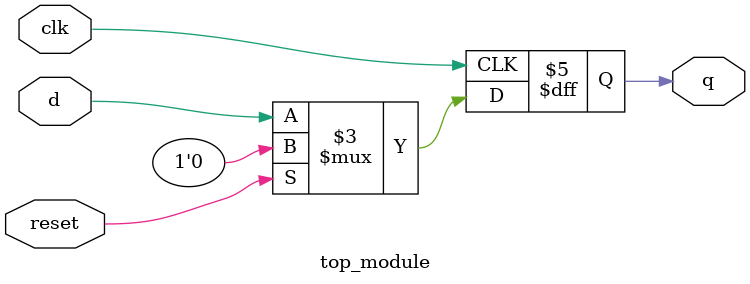
<source format=v>

module top_module (
    input  clk,
    input  reset,
    input  d,
    output reg q
);
    always @(posedge clk) begin
        if (reset)
            q <= 1'b0;
        else
            q <= d;
    end
endmodule

</source>
